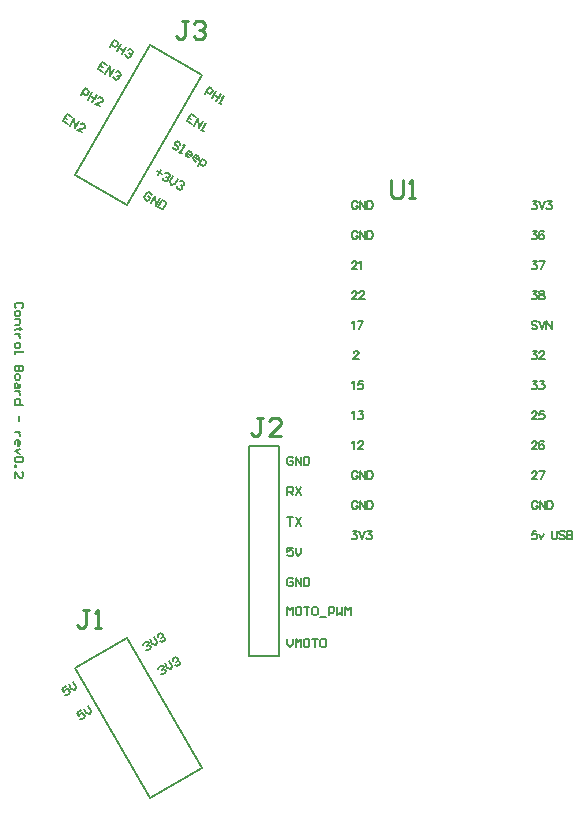
<source format=gto>
G04*
G04 #@! TF.GenerationSoftware,Altium Limited,Altium Designer,20.0.14 (345)*
G04*
G04 Layer_Color=65535*
%FSLAX43Y43*%
%MOMM*%
G71*
G01*
G75*
%ADD10C,0.200*%
%ADD11C,0.254*%
%ADD12C,0.150*%
D10*
X-16730Y-20247D02*
Y-2466D01*
X-19270Y-20247D02*
X-16730D01*
X-19270D02*
Y-2466D01*
X-16730D01*
X-33975Y-21305D02*
X-29575Y-18765D01*
X-33975Y-21305D02*
X-27625Y-32304D01*
X-23225Y-29764D01*
X-29575Y-18765D02*
X-23225Y-29764D01*
X-33975Y20436D02*
X-29575Y17896D01*
X-23225Y28895D01*
X-27625Y31435D02*
X-23225Y28895D01*
X-33975Y20436D02*
X-27625Y31435D01*
D11*
X-7266Y20012D02*
Y18742D01*
X-7012Y18488D01*
X-6504D01*
X-6250Y18742D01*
Y20012D01*
X-5742Y18488D02*
X-5234D01*
X-5488D01*
Y20012D01*
X-5742Y19758D01*
X-18099Y-91D02*
X-18607D01*
X-18353D01*
Y-1361D01*
X-18607Y-1615D01*
X-18861D01*
X-19115Y-1361D01*
X-16576Y-1615D02*
X-17591D01*
X-16576Y-599D01*
Y-345D01*
X-16830Y-91D01*
X-17337D01*
X-17591Y-345D01*
X-32806Y-16373D02*
X-33314D01*
X-33060D01*
Y-17642D01*
X-33314Y-17896D01*
X-33567D01*
X-33821Y-17642D01*
X-32298Y-17896D02*
X-31790D01*
X-32044D01*
Y-16373D01*
X-32298Y-16627D01*
X-24484Y33489D02*
X-24992D01*
X-24738D01*
Y32219D01*
X-24992Y31965D01*
X-25246D01*
X-25500Y32219D01*
X-23976Y33235D02*
X-23723Y33489D01*
X-23215D01*
X-22961Y33235D01*
Y32981D01*
X-23215Y32727D01*
X-23469D01*
X-23215D01*
X-22961Y32473D01*
Y32219D01*
X-23215Y31965D01*
X-23723D01*
X-23976Y32219D01*
D12*
X4727Y18260D02*
X5093D01*
X4893Y17993D01*
X4993D01*
X5060Y17960D01*
X5093Y17927D01*
X5127Y17827D01*
Y17760D01*
X5093Y17660D01*
X5027Y17593D01*
X4927Y17560D01*
X4827D01*
X4727Y17593D01*
X4693Y17627D01*
X4660Y17693D01*
X5283Y18260D02*
X5550Y17560D01*
X5816Y18260D02*
X5550Y17560D01*
X5973Y18260D02*
X6340D01*
X6140Y17993D01*
X6240D01*
X6306Y17960D01*
X6340Y17927D01*
X6373Y17827D01*
Y17760D01*
X6340Y17660D01*
X6273Y17593D01*
X6173Y17560D01*
X6073D01*
X5973Y17593D01*
X5940Y17627D01*
X5906Y17693D01*
X4727Y15720D02*
X5093D01*
X4893Y15453D01*
X4993D01*
X5060Y15420D01*
X5093Y15387D01*
X5127Y15287D01*
Y15220D01*
X5093Y15120D01*
X5027Y15053D01*
X4927Y15020D01*
X4827D01*
X4727Y15053D01*
X4693Y15087D01*
X4660Y15153D01*
X5683Y15620D02*
X5650Y15687D01*
X5550Y15720D01*
X5483D01*
X5383Y15687D01*
X5317Y15587D01*
X5283Y15420D01*
Y15253D01*
X5317Y15120D01*
X5383Y15053D01*
X5483Y15020D01*
X5516D01*
X5616Y15053D01*
X5683Y15120D01*
X5716Y15220D01*
Y15253D01*
X5683Y15353D01*
X5616Y15420D01*
X5516Y15453D01*
X5483D01*
X5383Y15420D01*
X5317Y15353D01*
X5283Y15253D01*
X4727Y13180D02*
X5093D01*
X4893Y12913D01*
X4993D01*
X5060Y12880D01*
X5093Y12847D01*
X5127Y12747D01*
Y12680D01*
X5093Y12580D01*
X5027Y12513D01*
X4927Y12480D01*
X4827D01*
X4727Y12513D01*
X4693Y12547D01*
X4660Y12613D01*
X5750Y13180D02*
X5417Y12480D01*
X5283Y13180D02*
X5750D01*
X4727Y10640D02*
X5093D01*
X4893Y10373D01*
X4993D01*
X5060Y10340D01*
X5093Y10307D01*
X5127Y10207D01*
Y10140D01*
X5093Y10040D01*
X5027Y9973D01*
X4927Y9940D01*
X4827D01*
X4727Y9973D01*
X4693Y10007D01*
X4660Y10073D01*
X5450Y10640D02*
X5350Y10607D01*
X5317Y10540D01*
Y10473D01*
X5350Y10407D01*
X5417Y10373D01*
X5550Y10340D01*
X5650Y10307D01*
X5716Y10240D01*
X5750Y10173D01*
Y10073D01*
X5716Y10007D01*
X5683Y9973D01*
X5583Y9940D01*
X5450D01*
X5350Y9973D01*
X5317Y10007D01*
X5283Y10073D01*
Y10173D01*
X5317Y10240D01*
X5383Y10307D01*
X5483Y10340D01*
X5616Y10373D01*
X5683Y10407D01*
X5716Y10473D01*
Y10540D01*
X5683Y10607D01*
X5583Y10640D01*
X5450D01*
X5127Y8000D02*
X5060Y8067D01*
X4960Y8100D01*
X4827D01*
X4727Y8067D01*
X4660Y8000D01*
Y7933D01*
X4693Y7867D01*
X4727Y7833D01*
X4793Y7800D01*
X4993Y7733D01*
X5060Y7700D01*
X5093Y7667D01*
X5127Y7600D01*
Y7500D01*
X5060Y7433D01*
X4960Y7400D01*
X4827D01*
X4727Y7433D01*
X4660Y7500D01*
X5283Y8100D02*
X5550Y7400D01*
X5816Y8100D02*
X5550Y7400D01*
X5906Y8100D02*
Y7400D01*
Y8100D02*
X6373Y7400D01*
Y8100D02*
Y7400D01*
X4727Y5560D02*
X5093D01*
X4893Y5293D01*
X4993D01*
X5060Y5260D01*
X5093Y5227D01*
X5127Y5127D01*
Y5060D01*
X5093Y4960D01*
X5027Y4893D01*
X4927Y4860D01*
X4827D01*
X4727Y4893D01*
X4693Y4927D01*
X4660Y4993D01*
X5317Y5393D02*
Y5427D01*
X5350Y5493D01*
X5383Y5527D01*
X5450Y5560D01*
X5583D01*
X5650Y5527D01*
X5683Y5493D01*
X5716Y5427D01*
Y5360D01*
X5683Y5293D01*
X5616Y5193D01*
X5283Y4860D01*
X5750D01*
X4727Y3020D02*
X5093D01*
X4893Y2753D01*
X4993D01*
X5060Y2720D01*
X5093Y2687D01*
X5127Y2587D01*
Y2520D01*
X5093Y2420D01*
X5027Y2353D01*
X4927Y2320D01*
X4827D01*
X4727Y2353D01*
X4693Y2387D01*
X4660Y2453D01*
X5350Y3020D02*
X5716D01*
X5516Y2753D01*
X5616D01*
X5683Y2720D01*
X5716Y2687D01*
X5750Y2587D01*
Y2520D01*
X5716Y2420D01*
X5650Y2353D01*
X5550Y2320D01*
X5450D01*
X5350Y2353D01*
X5317Y2387D01*
X5283Y2453D01*
X4693Y313D02*
Y347D01*
X4727Y413D01*
X4760Y447D01*
X4827Y480D01*
X4960D01*
X5027Y447D01*
X5060Y413D01*
X5093Y347D01*
Y280D01*
X5060Y213D01*
X4993Y113D01*
X4660Y-220D01*
X5127D01*
X5683Y480D02*
X5350D01*
X5317Y180D01*
X5350Y213D01*
X5450Y247D01*
X5550D01*
X5650Y213D01*
X5716Y147D01*
X5750Y47D01*
Y-20D01*
X5716Y-120D01*
X5650Y-187D01*
X5550Y-220D01*
X5450D01*
X5350Y-187D01*
X5317Y-153D01*
X5283Y-87D01*
X4693Y-2227D02*
Y-2193D01*
X4727Y-2127D01*
X4760Y-2093D01*
X4827Y-2060D01*
X4960D01*
X5027Y-2093D01*
X5060Y-2127D01*
X5093Y-2193D01*
Y-2260D01*
X5060Y-2327D01*
X4993Y-2427D01*
X4660Y-2760D01*
X5127D01*
X5683Y-2160D02*
X5650Y-2093D01*
X5550Y-2060D01*
X5483D01*
X5383Y-2093D01*
X5317Y-2193D01*
X5283Y-2360D01*
Y-2527D01*
X5317Y-2660D01*
X5383Y-2727D01*
X5483Y-2760D01*
X5516D01*
X5616Y-2727D01*
X5683Y-2660D01*
X5716Y-2560D01*
Y-2527D01*
X5683Y-2427D01*
X5616Y-2360D01*
X5516Y-2327D01*
X5483D01*
X5383Y-2360D01*
X5317Y-2427D01*
X5283Y-2527D01*
X4693Y-4767D02*
Y-4733D01*
X4727Y-4667D01*
X4760Y-4633D01*
X4827Y-4600D01*
X4960D01*
X5027Y-4633D01*
X5060Y-4667D01*
X5093Y-4733D01*
Y-4800D01*
X5060Y-4867D01*
X4993Y-4967D01*
X4660Y-5300D01*
X5127D01*
X5750Y-4600D02*
X5417Y-5300D01*
X5283Y-4600D02*
X5750D01*
X5160Y-7307D02*
X5127Y-7240D01*
X5060Y-7173D01*
X4993Y-7140D01*
X4860D01*
X4793Y-7173D01*
X4727Y-7240D01*
X4693Y-7307D01*
X4660Y-7407D01*
Y-7573D01*
X4693Y-7673D01*
X4727Y-7740D01*
X4793Y-7807D01*
X4860Y-7840D01*
X4993D01*
X5060Y-7807D01*
X5127Y-7740D01*
X5160Y-7673D01*
Y-7573D01*
X4993D02*
X5160D01*
X5320Y-7140D02*
Y-7840D01*
Y-7140D02*
X5786Y-7840D01*
Y-7140D02*
Y-7840D01*
X5980Y-7140D02*
Y-7840D01*
Y-7140D02*
X6213D01*
X6313Y-7173D01*
X6380Y-7240D01*
X6413Y-7307D01*
X6446Y-7407D01*
Y-7573D01*
X6413Y-7673D01*
X6380Y-7740D01*
X6313Y-7807D01*
X6213Y-7840D01*
X5980D01*
X5060Y-9680D02*
X4727D01*
X4693Y-9980D01*
X4727Y-9947D01*
X4827Y-9913D01*
X4927D01*
X5027Y-9947D01*
X5093Y-10013D01*
X5127Y-10113D01*
Y-10180D01*
X5093Y-10280D01*
X5027Y-10347D01*
X4927Y-10380D01*
X4827D01*
X4727Y-10347D01*
X4693Y-10313D01*
X4660Y-10247D01*
X5283Y-9913D02*
X5483Y-10380D01*
X5683Y-9913D02*
X5483Y-10380D01*
X6346Y-9680D02*
Y-10180D01*
X6380Y-10280D01*
X6446Y-10347D01*
X6546Y-10380D01*
X6613D01*
X6713Y-10347D01*
X6780Y-10280D01*
X6813Y-10180D01*
Y-9680D01*
X7473Y-9780D02*
X7406Y-9713D01*
X7306Y-9680D01*
X7173D01*
X7073Y-9713D01*
X7006Y-9780D01*
Y-9847D01*
X7039Y-9913D01*
X7073Y-9947D01*
X7139Y-9980D01*
X7339Y-10047D01*
X7406Y-10080D01*
X7439Y-10113D01*
X7473Y-10180D01*
Y-10280D01*
X7406Y-10347D01*
X7306Y-10380D01*
X7173D01*
X7073Y-10347D01*
X7006Y-10280D01*
X7629Y-9680D02*
Y-10380D01*
Y-9680D02*
X7929D01*
X8029Y-9713D01*
X8063Y-9747D01*
X8096Y-9813D01*
Y-9880D01*
X8063Y-9947D01*
X8029Y-9980D01*
X7929Y-10013D01*
X7629D02*
X7929D01*
X8029Y-10047D01*
X8063Y-10080D01*
X8096Y-10147D01*
Y-10247D01*
X8063Y-10313D01*
X8029Y-10347D01*
X7929Y-10380D01*
X7629D01*
X-10513Y-9680D02*
X-10147D01*
X-10347Y-9947D01*
X-10247D01*
X-10180Y-9980D01*
X-10147Y-10013D01*
X-10113Y-10113D01*
Y-10180D01*
X-10147Y-10280D01*
X-10213Y-10347D01*
X-10313Y-10380D01*
X-10413D01*
X-10513Y-10347D01*
X-10547Y-10313D01*
X-10580Y-10247D01*
X-9957Y-9680D02*
X-9690Y-10380D01*
X-9424Y-9680D02*
X-9690Y-10380D01*
X-9267Y-9680D02*
X-8900D01*
X-9100Y-9947D01*
X-9000D01*
X-8934Y-9980D01*
X-8900Y-10013D01*
X-8867Y-10113D01*
Y-10180D01*
X-8900Y-10280D01*
X-8967Y-10347D01*
X-9067Y-10380D01*
X-9167D01*
X-9267Y-10347D01*
X-9300Y-10313D01*
X-9334Y-10247D01*
X-10080Y-7307D02*
X-10113Y-7240D01*
X-10180Y-7173D01*
X-10247Y-7140D01*
X-10380D01*
X-10447Y-7173D01*
X-10513Y-7240D01*
X-10547Y-7307D01*
X-10580Y-7407D01*
Y-7573D01*
X-10547Y-7673D01*
X-10513Y-7740D01*
X-10447Y-7807D01*
X-10380Y-7840D01*
X-10247D01*
X-10180Y-7807D01*
X-10113Y-7740D01*
X-10080Y-7673D01*
Y-7573D01*
X-10247D02*
X-10080D01*
X-9920Y-7140D02*
Y-7840D01*
Y-7140D02*
X-9454Y-7840D01*
Y-7140D02*
Y-7840D01*
X-9260Y-7140D02*
Y-7840D01*
Y-7140D02*
X-9027D01*
X-8927Y-7173D01*
X-8860Y-7240D01*
X-8827Y-7307D01*
X-8794Y-7407D01*
Y-7573D01*
X-8827Y-7673D01*
X-8860Y-7740D01*
X-8927Y-7807D01*
X-9027Y-7840D01*
X-9260D01*
X-10080Y-4767D02*
X-10113Y-4700D01*
X-10180Y-4633D01*
X-10247Y-4600D01*
X-10380D01*
X-10447Y-4633D01*
X-10513Y-4700D01*
X-10547Y-4767D01*
X-10580Y-4867D01*
Y-5033D01*
X-10547Y-5133D01*
X-10513Y-5200D01*
X-10447Y-5267D01*
X-10380Y-5300D01*
X-10247D01*
X-10180Y-5267D01*
X-10113Y-5200D01*
X-10080Y-5133D01*
Y-5033D01*
X-10247D02*
X-10080D01*
X-9920Y-4600D02*
Y-5300D01*
Y-4600D02*
X-9454Y-5300D01*
Y-4600D02*
Y-5300D01*
X-9260Y-4600D02*
Y-5300D01*
Y-4600D02*
X-9027D01*
X-8927Y-4633D01*
X-8860Y-4700D01*
X-8827Y-4767D01*
X-8794Y-4867D01*
Y-5033D01*
X-8827Y-5133D01*
X-8860Y-5200D01*
X-8927Y-5267D01*
X-9027Y-5300D01*
X-9260D01*
X-10580Y-2193D02*
X-10513Y-2160D01*
X-10413Y-2060D01*
Y-2760D01*
X-10033Y-2227D02*
Y-2193D01*
X-10000Y-2127D01*
X-9967Y-2093D01*
X-9900Y-2060D01*
X-9767D01*
X-9700Y-2093D01*
X-9667Y-2127D01*
X-9634Y-2193D01*
Y-2260D01*
X-9667Y-2327D01*
X-9734Y-2427D01*
X-10067Y-2760D01*
X-9600D01*
X-10580Y347D02*
X-10513Y380D01*
X-10413Y480D01*
Y-220D01*
X-10000Y480D02*
X-9634D01*
X-9833Y213D01*
X-9734D01*
X-9667Y180D01*
X-9634Y147D01*
X-9600Y47D01*
Y-20D01*
X-9634Y-120D01*
X-9700Y-187D01*
X-9800Y-220D01*
X-9900D01*
X-10000Y-187D01*
X-10033Y-153D01*
X-10067Y-87D01*
X-10580Y2887D02*
X-10513Y2920D01*
X-10413Y3020D01*
Y2320D01*
X-9667Y3020D02*
X-10000D01*
X-10033Y2720D01*
X-10000Y2753D01*
X-9900Y2787D01*
X-9800D01*
X-9700Y2753D01*
X-9634Y2687D01*
X-9600Y2587D01*
Y2520D01*
X-9634Y2420D01*
X-9700Y2353D01*
X-9800Y2320D01*
X-9900D01*
X-10000Y2353D01*
X-10033Y2387D01*
X-10067Y2453D01*
X-10397Y5393D02*
Y5427D01*
X-10363Y5493D01*
X-10330Y5527D01*
X-10263Y5560D01*
X-10130D01*
X-10063Y5527D01*
X-10030Y5493D01*
X-9997Y5427D01*
Y5360D01*
X-10030Y5293D01*
X-10097Y5193D01*
X-10430Y4860D01*
X-9963D01*
X-10580Y7967D02*
X-10513Y8000D01*
X-10413Y8100D01*
Y7400D01*
X-9600Y8100D02*
X-9933Y7400D01*
X-10067Y8100D02*
X-9600D01*
X-10547Y10473D02*
Y10507D01*
X-10513Y10573D01*
X-10480Y10607D01*
X-10413Y10640D01*
X-10280D01*
X-10213Y10607D01*
X-10180Y10573D01*
X-10147Y10507D01*
Y10440D01*
X-10180Y10373D01*
X-10247Y10273D01*
X-10580Y9940D01*
X-10113D01*
X-9923Y10473D02*
Y10507D01*
X-9890Y10573D01*
X-9857Y10607D01*
X-9790Y10640D01*
X-9657D01*
X-9590Y10607D01*
X-9557Y10573D01*
X-9524Y10507D01*
Y10440D01*
X-9557Y10373D01*
X-9624Y10273D01*
X-9957Y9940D01*
X-9490D01*
X-10547Y13013D02*
Y13047D01*
X-10513Y13113D01*
X-10480Y13147D01*
X-10413Y13180D01*
X-10280D01*
X-10213Y13147D01*
X-10180Y13113D01*
X-10147Y13047D01*
Y12980D01*
X-10180Y12913D01*
X-10247Y12813D01*
X-10580Y12480D01*
X-10113D01*
X-9957Y13047D02*
X-9890Y13080D01*
X-9790Y13180D01*
Y12480D01*
X-10080Y15553D02*
X-10113Y15620D01*
X-10180Y15687D01*
X-10247Y15720D01*
X-10380D01*
X-10447Y15687D01*
X-10513Y15620D01*
X-10547Y15553D01*
X-10580Y15453D01*
Y15287D01*
X-10547Y15187D01*
X-10513Y15120D01*
X-10447Y15053D01*
X-10380Y15020D01*
X-10247D01*
X-10180Y15053D01*
X-10113Y15120D01*
X-10080Y15187D01*
Y15287D01*
X-10247D02*
X-10080D01*
X-9920Y15720D02*
Y15020D01*
Y15720D02*
X-9454Y15020D01*
Y15720D02*
Y15020D01*
X-9260Y15720D02*
Y15020D01*
Y15720D02*
X-9027D01*
X-8927Y15687D01*
X-8860Y15620D01*
X-8827Y15553D01*
X-8794Y15453D01*
Y15287D01*
X-8827Y15187D01*
X-8860Y15120D01*
X-8927Y15053D01*
X-9027Y15020D01*
X-9260D01*
X-10080Y18093D02*
X-10113Y18160D01*
X-10180Y18227D01*
X-10247Y18260D01*
X-10380D01*
X-10447Y18227D01*
X-10513Y18160D01*
X-10547Y18093D01*
X-10580Y17993D01*
Y17827D01*
X-10547Y17727D01*
X-10513Y17660D01*
X-10447Y17593D01*
X-10380Y17560D01*
X-10247D01*
X-10180Y17593D01*
X-10113Y17660D01*
X-10080Y17727D01*
Y17827D01*
X-10247D02*
X-10080D01*
X-9920Y18260D02*
Y17560D01*
Y18260D02*
X-9454Y17560D01*
Y18260D02*
Y17560D01*
X-9260Y18260D02*
Y17560D01*
Y18260D02*
X-9027D01*
X-8927Y18227D01*
X-8860Y18160D01*
X-8827Y18093D01*
X-8794Y17993D01*
Y17827D01*
X-8827Y17727D01*
X-8860Y17660D01*
X-8927Y17593D01*
X-9027Y17560D01*
X-9260D01*
X-28232Y-19307D02*
X-28189Y-19148D01*
X-27987Y-19031D01*
X-27828Y-19074D01*
X-27769Y-19175D01*
X-27812Y-19334D01*
X-27913Y-19392D01*
X-27812Y-19334D01*
X-27653Y-19377D01*
X-27594Y-19478D01*
X-27637Y-19637D01*
X-27839Y-19754D01*
X-27998Y-19711D01*
X-27684Y-18856D02*
X-27451Y-19260D01*
X-27132Y-19345D01*
X-27047Y-19027D01*
X-27280Y-18623D01*
X-27020Y-18607D02*
X-26977Y-18448D01*
X-26775Y-18331D01*
X-26616Y-18374D01*
X-26557Y-18475D01*
X-26600Y-18634D01*
X-26701Y-18693D01*
X-26600Y-18634D01*
X-26441Y-18677D01*
X-26382Y-18778D01*
X-26425Y-18937D01*
X-26627Y-19054D01*
X-26786Y-19011D01*
X-26962Y-21339D02*
X-26919Y-21180D01*
X-26717Y-21063D01*
X-26558Y-21106D01*
X-26499Y-21207D01*
X-26542Y-21366D01*
X-26643Y-21424D01*
X-26542Y-21366D01*
X-26383Y-21409D01*
X-26324Y-21510D01*
X-26367Y-21669D01*
X-26569Y-21786D01*
X-26728Y-21743D01*
X-26414Y-20888D02*
X-26181Y-21292D01*
X-25862Y-21377D01*
X-25777Y-21059D01*
X-26010Y-20655D01*
X-25750Y-20639D02*
X-25707Y-20480D01*
X-25505Y-20363D01*
X-25346Y-20406D01*
X-25287Y-20507D01*
X-25330Y-20666D01*
X-25431Y-20725D01*
X-25330Y-20666D01*
X-25171Y-20709D01*
X-25112Y-20810D01*
X-25155Y-20969D01*
X-25357Y-21086D01*
X-25516Y-21043D01*
X-34744Y-22783D02*
X-35148Y-23016D01*
X-34973Y-23319D01*
X-34829Y-23101D01*
X-34728Y-23043D01*
X-34569Y-23086D01*
X-34452Y-23288D01*
X-34495Y-23447D01*
X-34697Y-23564D01*
X-34856Y-23521D01*
X-34542Y-22666D02*
X-34309Y-23070D01*
X-33990Y-23155D01*
X-33905Y-22837D01*
X-34138Y-22433D01*
X-33474Y-24826D02*
X-33878Y-25059D01*
X-33703Y-25362D01*
X-33559Y-25145D01*
X-33458Y-25086D01*
X-33299Y-25129D01*
X-33182Y-25331D01*
X-33225Y-25490D01*
X-33427Y-25607D01*
X-33586Y-25564D01*
X-33272Y-24709D02*
X-33039Y-25114D01*
X-32720Y-25199D01*
X-32635Y-24880D01*
X-32868Y-24476D01*
X-31040Y31281D02*
X-30690Y31887D01*
X-30387Y31712D01*
X-30345Y31553D01*
X-30461Y31351D01*
X-30621Y31308D01*
X-30924Y31483D01*
X-30084Y31537D02*
X-30434Y30931D01*
X-30259Y31234D01*
X-29855Y31001D01*
X-29680Y31304D01*
X-30030Y30698D01*
X-29537Y31086D02*
X-29377Y31129D01*
X-29175Y31012D01*
X-29133Y30853D01*
X-29191Y30752D01*
X-29350Y30709D01*
X-29451Y30768D01*
X-29350Y30709D01*
X-29307Y30550D01*
X-29366Y30449D01*
X-29525Y30406D01*
X-29727Y30523D01*
X-29770Y30682D01*
X-31286Y29776D02*
X-31690Y30009D01*
X-32040Y29403D01*
X-31636Y29170D01*
X-31865Y29706D02*
X-31663Y29590D01*
X-31434Y29053D02*
X-31084Y29659D01*
X-31030Y28820D01*
X-30680Y29426D01*
X-30537Y29208D02*
X-30377Y29251D01*
X-30175Y29135D01*
X-30133Y28975D01*
X-30191Y28874D01*
X-30350Y28831D01*
X-30451Y28890D01*
X-30350Y28831D01*
X-30307Y28672D01*
X-30366Y28571D01*
X-30525Y28528D01*
X-30727Y28645D01*
X-30770Y28804D01*
X-23040Y27304D02*
X-22690Y27910D01*
X-22387Y27735D01*
X-22345Y27576D01*
X-22461Y27374D01*
X-22621Y27331D01*
X-22924Y27506D01*
X-22084Y27560D02*
X-22434Y26954D01*
X-22259Y27257D01*
X-21855Y27024D01*
X-21680Y27327D01*
X-22030Y26721D01*
X-21828Y26604D02*
X-21626Y26488D01*
X-21727Y26546D01*
X-21377Y27152D01*
X-21537Y27110D01*
X-23786Y25377D02*
X-24190Y25610D01*
X-24540Y25004D01*
X-24136Y24771D01*
X-24365Y25307D02*
X-24163Y25190D01*
X-23934Y24654D02*
X-23584Y25260D01*
X-23530Y24421D01*
X-23180Y25027D01*
X-23328Y24304D02*
X-23126Y24187D01*
X-23227Y24246D01*
X-22877Y24852D01*
X-23037Y24809D01*
X-33540Y27203D02*
X-33190Y27810D01*
X-32887Y27635D01*
X-32845Y27475D01*
X-32961Y27273D01*
X-33121Y27231D01*
X-33424Y27406D01*
X-32584Y27460D02*
X-32934Y26854D01*
X-32759Y27157D01*
X-32355Y26923D01*
X-32180Y27226D01*
X-32530Y26620D01*
X-31924Y26270D02*
X-32328Y26504D01*
X-31691Y26674D01*
X-31633Y26775D01*
X-31675Y26935D01*
X-31877Y27051D01*
X-32037Y27009D01*
X-34286Y25377D02*
X-34690Y25610D01*
X-35040Y25004D01*
X-34636Y24771D01*
X-34865Y25307D02*
X-34663Y25190D01*
X-34434Y24654D02*
X-34084Y25260D01*
X-34030Y24421D01*
X-33680Y25027D01*
X-33424Y24071D02*
X-33828Y24304D01*
X-33191Y24475D01*
X-33133Y24576D01*
X-33175Y24735D01*
X-33377Y24852D01*
X-33537Y24809D01*
X-25090Y23045D02*
X-25133Y23204D01*
X-25335Y23321D01*
X-25494Y23278D01*
X-25553Y23177D01*
X-25510Y23018D01*
X-25308Y22901D01*
X-25265Y22742D01*
X-25324Y22641D01*
X-25483Y22598D01*
X-25685Y22715D01*
X-25728Y22874D01*
X-25180Y22423D02*
X-24978Y22307D01*
X-25079Y22365D01*
X-24729Y22971D01*
X-24830Y23029D01*
X-24372Y21957D02*
X-24574Y22073D01*
X-24617Y22233D01*
X-24500Y22435D01*
X-24341Y22478D01*
X-24139Y22361D01*
X-24096Y22202D01*
X-24154Y22101D01*
X-24558Y22334D01*
X-23766Y21607D02*
X-23968Y21724D01*
X-24011Y21883D01*
X-23894Y22085D01*
X-23735Y22128D01*
X-23533Y22011D01*
X-23490Y21852D01*
X-23548Y21751D01*
X-23952Y21984D01*
X-23579Y21230D02*
X-23230Y21836D01*
X-22927Y21661D01*
X-22884Y21502D01*
X-23001Y21300D01*
X-23160Y21257D01*
X-23463Y21432D01*
X-27502Y18737D02*
X-27544Y18896D01*
X-27746Y19013D01*
X-27906Y18970D01*
X-28139Y18566D01*
X-28096Y18407D01*
X-27894Y18290D01*
X-27735Y18333D01*
X-27618Y18535D01*
X-27820Y18652D01*
X-27591Y18115D02*
X-27241Y18721D01*
X-27187Y17882D01*
X-26837Y18488D01*
X-26635Y18372D02*
X-26985Y17766D01*
X-26682Y17591D01*
X-26523Y17633D01*
X-26290Y18037D01*
X-26332Y18197D01*
X-26635Y18372D01*
X-27086Y20768D02*
X-26682Y20535D01*
X-26768Y20854D02*
X-27001Y20450D01*
X-26364Y20620D02*
X-26204Y20663D01*
X-26002Y20546D01*
X-25960Y20387D01*
X-26018Y20286D01*
X-26177Y20243D01*
X-26278Y20302D01*
X-26177Y20243D01*
X-26135Y20084D01*
X-26193Y19983D01*
X-26352Y19940D01*
X-26554Y20057D01*
X-26597Y20216D01*
X-25699Y20372D02*
X-25933Y19968D01*
X-25847Y19649D01*
X-25529Y19734D01*
X-25295Y20138D01*
X-25152Y19921D02*
X-24992Y19963D01*
X-24790Y19847D01*
X-24748Y19687D01*
X-24806Y19586D01*
X-24965Y19544D01*
X-25066Y19602D01*
X-24965Y19544D01*
X-24923Y19384D01*
X-24981Y19283D01*
X-25140Y19241D01*
X-25342Y19357D01*
X-25385Y19517D01*
X-15559Y-3481D02*
X-15676Y-3364D01*
X-15909D01*
X-16026Y-3481D01*
Y-3947D01*
X-15909Y-4064D01*
X-15676D01*
X-15559Y-3947D01*
Y-3714D01*
X-15793D01*
X-15326Y-4064D02*
Y-3364D01*
X-14860Y-4064D01*
Y-3364D01*
X-14626D02*
Y-4064D01*
X-14276D01*
X-14160Y-3947D01*
Y-3481D01*
X-14276Y-3364D01*
X-14626D01*
X-16026Y-6637D02*
Y-5937D01*
X-15676D01*
X-15559Y-6054D01*
Y-6287D01*
X-15676Y-6403D01*
X-16026D01*
X-15793D02*
X-15559Y-6637D01*
X-15326Y-5937D02*
X-14860Y-6637D01*
Y-5937D02*
X-15326Y-6637D01*
X-16026Y-8510D02*
X-15559D01*
X-15793D01*
Y-9209D01*
X-15326Y-8510D02*
X-14860Y-9209D01*
Y-8510D02*
X-15326Y-9209D01*
X-15559Y-11082D02*
X-16026D01*
Y-11432D01*
X-15793Y-11315D01*
X-15676D01*
X-15559Y-11432D01*
Y-11665D01*
X-15676Y-11782D01*
X-15909D01*
X-16026Y-11665D01*
X-15326Y-11082D02*
Y-11549D01*
X-15093Y-11782D01*
X-14860Y-11549D01*
Y-11082D01*
X-15559Y-13772D02*
X-15676Y-13655D01*
X-15909D01*
X-16026Y-13772D01*
Y-14238D01*
X-15909Y-14355D01*
X-15676D01*
X-15559Y-14238D01*
Y-14005D01*
X-15793D01*
X-15326Y-14355D02*
Y-13655D01*
X-14860Y-14355D01*
Y-13655D01*
X-14626D02*
Y-14355D01*
X-14276D01*
X-14160Y-14238D01*
Y-13772D01*
X-14276Y-13655D01*
X-14626D01*
X-16026Y-16811D02*
Y-16111D01*
X-15793Y-16344D01*
X-15559Y-16111D01*
Y-16811D01*
X-14976Y-16111D02*
X-15210D01*
X-15326Y-16228D01*
Y-16694D01*
X-15210Y-16811D01*
X-14976D01*
X-14860Y-16694D01*
Y-16228D01*
X-14976Y-16111D01*
X-14626D02*
X-14160D01*
X-14393D01*
Y-16811D01*
X-13577Y-16111D02*
X-13810D01*
X-13927Y-16228D01*
Y-16694D01*
X-13810Y-16811D01*
X-13577D01*
X-13460Y-16694D01*
Y-16228D01*
X-13577Y-16111D01*
X-13227Y-16927D02*
X-12760D01*
X-12527Y-16811D02*
Y-16111D01*
X-12177D01*
X-12061Y-16228D01*
Y-16461D01*
X-12177Y-16577D01*
X-12527D01*
X-11827Y-16111D02*
Y-16811D01*
X-11594Y-16577D01*
X-11361Y-16811D01*
Y-16111D01*
X-11127Y-16811D02*
Y-16111D01*
X-10894Y-16344D01*
X-10661Y-16111D01*
Y-16811D01*
X-16026Y-18800D02*
Y-19267D01*
X-15793Y-19500D01*
X-15559Y-19267D01*
Y-18800D01*
X-15326Y-19500D02*
Y-18800D01*
X-15093Y-19033D01*
X-14860Y-18800D01*
Y-19500D01*
X-14276Y-18800D02*
X-14510D01*
X-14626Y-18917D01*
Y-19383D01*
X-14510Y-19500D01*
X-14276D01*
X-14160Y-19383D01*
Y-18917D01*
X-14276Y-18800D01*
X-13927D02*
X-13460D01*
X-13693D01*
Y-19500D01*
X-12877Y-18800D02*
X-13110D01*
X-13227Y-18917D01*
Y-19383D01*
X-13110Y-19500D01*
X-12877D01*
X-12760Y-19383D01*
Y-18917D01*
X-12877Y-18800D01*
X-38517Y9199D02*
X-38400Y9316D01*
Y9549D01*
X-38517Y9666D01*
X-38983D01*
X-39100Y9549D01*
Y9316D01*
X-38983Y9199D01*
X-39100Y8849D02*
Y8616D01*
X-38983Y8499D01*
X-38750D01*
X-38633Y8616D01*
Y8849D01*
X-38750Y8966D01*
X-38983D01*
X-39100Y8849D01*
Y8266D02*
X-38633D01*
Y7916D01*
X-38750Y7799D01*
X-39100D01*
X-38517Y7450D02*
X-38633D01*
Y7566D01*
Y7333D01*
Y7450D01*
X-38983D01*
X-39100Y7333D01*
X-38633Y6983D02*
X-39100D01*
X-38867D01*
X-38750Y6866D01*
X-38633Y6750D01*
Y6633D01*
X-39100Y6167D02*
Y5933D01*
X-38983Y5817D01*
X-38750D01*
X-38633Y5933D01*
Y6167D01*
X-38750Y6283D01*
X-38983D01*
X-39100Y6167D01*
Y5583D02*
Y5350D01*
Y5467D01*
X-38400D01*
Y5583D01*
Y4301D02*
X-39100D01*
Y3951D01*
X-38983Y3834D01*
X-38867D01*
X-38750Y3951D01*
Y4301D01*
Y3951D01*
X-38633Y3834D01*
X-38517D01*
X-38400Y3951D01*
Y4301D01*
X-39100Y3484D02*
Y3251D01*
X-38983Y3134D01*
X-38750D01*
X-38633Y3251D01*
Y3484D01*
X-38750Y3601D01*
X-38983D01*
X-39100Y3484D01*
X-38633Y2784D02*
Y2551D01*
X-38750Y2435D01*
X-39100D01*
Y2784D01*
X-38983Y2901D01*
X-38867Y2784D01*
Y2435D01*
X-38633Y2201D02*
X-39100D01*
X-38867D01*
X-38750Y2085D01*
X-38633Y1968D01*
Y1851D01*
X-38400Y1035D02*
X-39100D01*
Y1385D01*
X-38983Y1501D01*
X-38750D01*
X-38633Y1385D01*
Y1035D01*
X-38750Y102D02*
Y-365D01*
X-38633Y-1298D02*
X-39100D01*
X-38867D01*
X-38750Y-1414D01*
X-38633Y-1531D01*
Y-1648D01*
X-39100Y-2347D02*
Y-2114D01*
X-38983Y-1997D01*
X-38750D01*
X-38633Y-2114D01*
Y-2347D01*
X-38750Y-2464D01*
X-38867D01*
Y-1997D01*
X-38633Y-2697D02*
X-39100Y-2930D01*
X-38633Y-3164D01*
X-38517Y-3397D02*
X-38400Y-3514D01*
Y-3747D01*
X-38517Y-3863D01*
X-38983D01*
X-39100Y-3747D01*
Y-3514D01*
X-38983Y-3397D01*
X-38517D01*
X-39100Y-4097D02*
X-38983D01*
Y-4213D01*
X-39100D01*
Y-4097D01*
Y-5146D02*
Y-4680D01*
X-38633Y-5146D01*
X-38517D01*
X-38400Y-5030D01*
Y-4797D01*
X-38517Y-4680D01*
M02*

</source>
